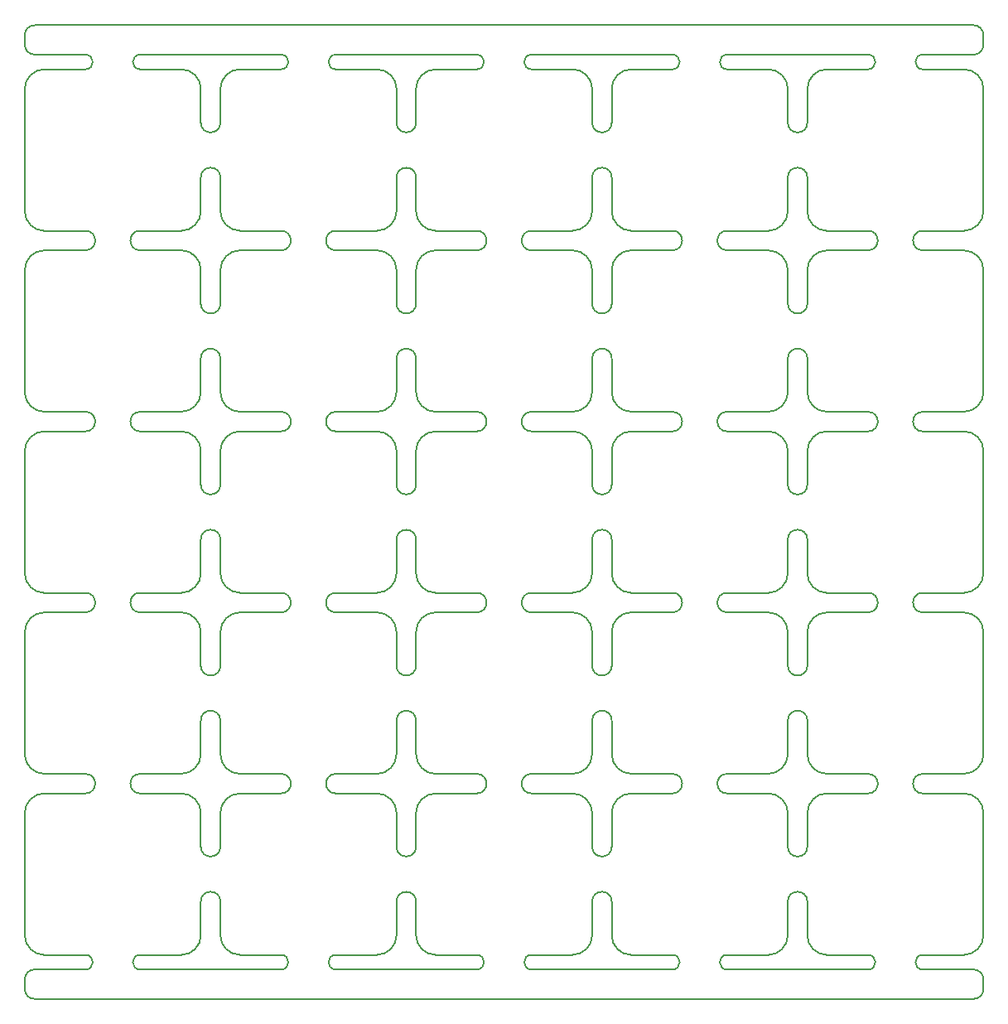
<source format=gm1>
G04 #@! TF.GenerationSoftware,KiCad,Pcbnew,(5.1.10)-1*
G04 #@! TF.CreationDate,2021-09-30T22:09:23+07:00*
G04 #@! TF.ProjectId,Unified-Daughterboard,556e6966-6965-4642-9d44-617567687465,C3*
G04 #@! TF.SameCoordinates,Original*
G04 #@! TF.FileFunction,Profile,NP*
%FSLAX46Y46*%
G04 Gerber Fmt 4.6, Leading zero omitted, Abs format (unit mm)*
G04 Created by KiCad (PCBNEW (5.1.10)-1) date 2021-09-30 22:09:23*
%MOMM*%
%LPD*%
G01*
G04 APERTURE LIST*
G04 #@! TA.AperFunction,Profile*
%ADD10C,0.150000*%
G04 #@! TD*
G04 APERTURE END LIST*
D10*
X66004500Y-149543000D02*
X66004500Y-150543000D01*
X164004500Y-150543000D02*
X164004500Y-149543000D01*
X164004500Y-150543000D02*
G75*
G02*
X163004500Y-151543000I-1000000J0D01*
G01*
X163004500Y-52043000D02*
G75*
G02*
X164004500Y-53043000I0J-1000000D01*
G01*
X66004500Y-53043000D02*
G75*
G02*
X67004500Y-52043000I1000000J0D01*
G01*
X66004500Y-54043000D02*
X66004500Y-53043000D01*
X164004500Y-54043000D02*
X164004500Y-53043000D01*
X164004500Y-54043000D02*
G75*
G02*
X163004500Y-55043000I-1000000J0D01*
G01*
X67004500Y-55043000D02*
G75*
G02*
X66004500Y-54043000I0J1000000D01*
G01*
X163004500Y-148543000D02*
G75*
G02*
X164004500Y-149543000I0J-1000000D01*
G01*
X72204500Y-55043000D02*
X67004500Y-55043000D01*
X157804500Y-55043000D02*
X163004500Y-55043000D01*
X157804500Y-148543000D02*
X163004500Y-148543000D01*
X67004500Y-151543000D02*
G75*
G02*
X66004500Y-150543000I0J1000000D01*
G01*
X152204500Y-55043000D02*
X137804500Y-55043000D01*
X67004500Y-52043000D02*
X163004500Y-52043000D01*
X112204500Y-55043000D02*
X97804500Y-55043000D01*
X132204500Y-55043000D02*
X117804500Y-55043000D01*
X92204500Y-55043000D02*
X77804500Y-55043000D01*
X137804500Y-148543000D02*
X152204500Y-148543000D01*
X117804500Y-148543000D02*
X132204500Y-148543000D01*
X97804500Y-148543000D02*
X112204500Y-148543000D01*
X77804500Y-148543000D02*
X92204500Y-148543000D01*
X66004500Y-149543000D02*
G75*
G02*
X67004500Y-148543000I1000000J0D01*
G01*
X163004500Y-151543000D02*
X67004500Y-151543000D01*
X72204500Y-148543000D02*
X67004500Y-148543000D01*
X164004500Y-132543000D02*
X164004500Y-145043000D01*
X162004500Y-130543000D02*
X157804500Y-130543000D01*
X162004500Y-112043000D02*
X157804500Y-112043000D01*
X162004500Y-93543000D02*
X157804500Y-93543000D01*
X162004500Y-75043000D02*
X157804500Y-75043000D01*
X162004500Y-56543000D02*
X157804500Y-56543000D01*
X142004500Y-130543000D02*
X137804500Y-130543000D01*
X142004500Y-112043000D02*
X137804500Y-112043000D01*
X142004500Y-93543000D02*
X137804500Y-93543000D01*
X142004500Y-75043000D02*
X137804500Y-75043000D01*
X142004500Y-56543000D02*
X137804500Y-56543000D01*
X122004500Y-130543000D02*
X117804500Y-130543000D01*
X122004500Y-112043000D02*
X117804500Y-112043000D01*
X122004500Y-93543000D02*
X117804500Y-93543000D01*
X122004500Y-75043000D02*
X117804500Y-75043000D01*
X122004500Y-56543000D02*
X117804500Y-56543000D01*
X102004500Y-130543000D02*
X97804500Y-130543000D01*
X102004500Y-112043000D02*
X97804500Y-112043000D01*
X102004500Y-93543000D02*
X97804500Y-93543000D01*
X102004500Y-75043000D02*
X97804500Y-75043000D01*
X102004500Y-56543000D02*
X97804500Y-56543000D01*
X82004500Y-130543000D02*
X77804500Y-130543000D01*
X82004500Y-112043000D02*
X77804500Y-112043000D01*
X82004500Y-93543000D02*
X77804500Y-93543000D01*
X82004500Y-75043000D02*
X77804500Y-75043000D01*
X146004500Y-141593000D02*
X146004500Y-145043000D01*
X146004500Y-123093000D02*
X146004500Y-126543000D01*
X146004500Y-104593000D02*
X146004500Y-108043000D01*
X146004500Y-86093000D02*
X146004500Y-89543000D01*
X146004500Y-67593000D02*
X146004500Y-71043000D01*
X126004500Y-141593000D02*
X126004500Y-145043000D01*
X126004500Y-123093000D02*
X126004500Y-126543000D01*
X126004500Y-104593000D02*
X126004500Y-108043000D01*
X126004500Y-86093000D02*
X126004500Y-89543000D01*
X126004500Y-67593000D02*
X126004500Y-71043000D01*
X106004500Y-141593000D02*
X106004500Y-145043000D01*
X106004500Y-123093000D02*
X106004500Y-126543000D01*
X106004500Y-104593000D02*
X106004500Y-108043000D01*
X106004500Y-86093000D02*
X106004500Y-89543000D01*
X106004500Y-67593000D02*
X106004500Y-71043000D01*
X86004500Y-141593000D02*
X86004500Y-145043000D01*
X86004500Y-123093000D02*
X86004500Y-126543000D01*
X86004500Y-104593000D02*
X86004500Y-108043000D01*
X86004500Y-86093000D02*
X86004500Y-89543000D01*
X86004500Y-67593000D02*
X86004500Y-71043000D01*
X66004500Y-77043000D02*
X66004500Y-89543000D01*
X148004500Y-130543000D02*
X152204500Y-130543000D01*
X148004500Y-112043000D02*
X152204500Y-112043000D01*
X148004500Y-93543000D02*
X152204500Y-93543000D01*
X148004500Y-75043000D02*
X152204500Y-75043000D01*
X148004500Y-56543000D02*
X152204500Y-56543000D01*
X128004500Y-130543000D02*
X132204500Y-130543000D01*
X128004500Y-112043000D02*
X132204500Y-112043000D01*
X128004500Y-93543000D02*
X132204500Y-93543000D01*
X128004500Y-75043000D02*
X132204500Y-75043000D01*
X128004500Y-56543000D02*
X132204500Y-56543000D01*
X108004500Y-130543000D02*
X112204500Y-130543000D01*
X108004500Y-112043000D02*
X112204500Y-112043000D01*
X108004500Y-93543000D02*
X112204500Y-93543000D01*
X108004500Y-75043000D02*
X112204500Y-75043000D01*
X108004500Y-56543000D02*
X112204500Y-56543000D01*
X88004500Y-130543000D02*
X92204500Y-130543000D01*
X88004500Y-112043000D02*
X92204500Y-112043000D01*
X88004500Y-93543000D02*
X92204500Y-93543000D01*
X88004500Y-75043000D02*
X92204500Y-75043000D01*
X88004500Y-56543000D02*
X92204500Y-56543000D01*
X68004500Y-130543000D02*
X72204500Y-130543000D01*
X68004500Y-112043000D02*
X72204500Y-112043000D01*
X68004500Y-93543000D02*
X72204500Y-93543000D01*
X68004500Y-75043000D02*
X72204500Y-75043000D01*
X146004500Y-135993000D02*
X146004500Y-132543000D01*
X146004500Y-117493000D02*
X146004500Y-114043000D01*
X146004500Y-98993000D02*
X146004500Y-95543000D01*
X146004500Y-80493000D02*
X146004500Y-77043000D01*
X146004500Y-61993000D02*
X146004500Y-58543000D01*
X126004500Y-135993000D02*
X126004500Y-132543000D01*
X126004500Y-117493000D02*
X126004500Y-114043000D01*
X126004500Y-98993000D02*
X126004500Y-95543000D01*
X126004500Y-80493000D02*
X126004500Y-77043000D01*
X126004500Y-61993000D02*
X126004500Y-58543000D01*
X106004500Y-135993000D02*
X106004500Y-132543000D01*
X106004500Y-117493000D02*
X106004500Y-114043000D01*
X106004500Y-98993000D02*
X106004500Y-95543000D01*
X106004500Y-80493000D02*
X106004500Y-77043000D01*
X106004500Y-61993000D02*
X106004500Y-58543000D01*
X86004500Y-135993000D02*
X86004500Y-132543000D01*
X86004500Y-117493000D02*
X86004500Y-114043000D01*
X86004500Y-98993000D02*
X86004500Y-95543000D01*
X86004500Y-80493000D02*
X86004500Y-77043000D01*
X86004500Y-61993000D02*
X86004500Y-58543000D01*
X66004500Y-145043000D02*
X66004500Y-132543000D01*
X66004500Y-126543000D02*
X66004500Y-114043000D01*
X66004500Y-108043000D02*
X66004500Y-95543000D01*
X164004500Y-126543000D02*
X164004500Y-114043000D01*
X164004500Y-108043000D02*
X164004500Y-95543000D01*
X164004500Y-89543000D02*
X164004500Y-77043000D01*
X164004500Y-71043000D02*
X164004500Y-58543000D01*
X144004500Y-135993000D02*
X144004500Y-132543000D01*
X144004500Y-117493000D02*
X144004500Y-114043000D01*
X144004500Y-98993000D02*
X144004500Y-95543000D01*
X144004500Y-80493000D02*
X144004500Y-77043000D01*
X144004500Y-61993000D02*
X144004500Y-58543000D01*
X124004500Y-135993000D02*
X124004500Y-132543000D01*
X124004500Y-117493000D02*
X124004500Y-114043000D01*
X124004500Y-98993000D02*
X124004500Y-95543000D01*
X124004500Y-80493000D02*
X124004500Y-77043000D01*
X124004500Y-61993000D02*
X124004500Y-58543000D01*
X104004500Y-135993000D02*
X104004500Y-132543000D01*
X104004500Y-117493000D02*
X104004500Y-114043000D01*
X104004500Y-98993000D02*
X104004500Y-95543000D01*
X104004500Y-80493000D02*
X104004500Y-77043000D01*
X104004500Y-61993000D02*
X104004500Y-58543000D01*
X84004500Y-135993000D02*
X84004500Y-132543000D01*
X84004500Y-117493000D02*
X84004500Y-114043000D01*
X84004500Y-98993000D02*
X84004500Y-95543000D01*
X84004500Y-80493000D02*
X84004500Y-77043000D01*
X157804500Y-147043000D02*
X162004500Y-147043000D01*
X157804500Y-128543000D02*
X162004500Y-128543000D01*
X157804500Y-110043000D02*
X162004500Y-110043000D01*
X157804500Y-91543000D02*
X162004500Y-91543000D01*
X157804500Y-73043000D02*
X162004500Y-73043000D01*
X137804500Y-147043000D02*
X142004500Y-147043000D01*
X137804500Y-128543000D02*
X142004500Y-128543000D01*
X137804500Y-110043000D02*
X142004500Y-110043000D01*
X137804500Y-91543000D02*
X142004500Y-91543000D01*
X137804500Y-73043000D02*
X142004500Y-73043000D01*
X117804500Y-147043000D02*
X122004500Y-147043000D01*
X117804500Y-128543000D02*
X122004500Y-128543000D01*
X117804500Y-110043000D02*
X122004500Y-110043000D01*
X117804500Y-91543000D02*
X122004500Y-91543000D01*
X117804500Y-73043000D02*
X122004500Y-73043000D01*
X97804500Y-147043000D02*
X102004500Y-147043000D01*
X97804500Y-128543000D02*
X102004500Y-128543000D01*
X97804500Y-110043000D02*
X102004500Y-110043000D01*
X97804500Y-91543000D02*
X102004500Y-91543000D01*
X97804500Y-73043000D02*
X102004500Y-73043000D01*
X77804500Y-147043000D02*
X82004500Y-147043000D01*
X77804500Y-128543000D02*
X82004500Y-128543000D01*
X77804500Y-110043000D02*
X82004500Y-110043000D01*
X77804500Y-91543000D02*
X82004500Y-91543000D01*
X148004500Y-147043000D02*
G75*
G02*
X146004500Y-145043000I0J2000000D01*
G01*
X148004500Y-128543000D02*
G75*
G02*
X146004500Y-126543000I0J2000000D01*
G01*
X148004500Y-110043000D02*
G75*
G02*
X146004500Y-108043000I0J2000000D01*
G01*
X148004500Y-91543000D02*
G75*
G02*
X146004500Y-89543000I0J2000000D01*
G01*
X148004500Y-73043000D02*
G75*
G02*
X146004500Y-71043000I0J2000000D01*
G01*
X128004500Y-147043000D02*
G75*
G02*
X126004500Y-145043000I0J2000000D01*
G01*
X128004500Y-128543000D02*
G75*
G02*
X126004500Y-126543000I0J2000000D01*
G01*
X128004500Y-110043000D02*
G75*
G02*
X126004500Y-108043000I0J2000000D01*
G01*
X128004500Y-91543000D02*
G75*
G02*
X126004500Y-89543000I0J2000000D01*
G01*
X128004500Y-73043000D02*
G75*
G02*
X126004500Y-71043000I0J2000000D01*
G01*
X108004500Y-147043000D02*
G75*
G02*
X106004500Y-145043000I0J2000000D01*
G01*
X108004500Y-128543000D02*
G75*
G02*
X106004500Y-126543000I0J2000000D01*
G01*
X108004500Y-110043000D02*
G75*
G02*
X106004500Y-108043000I0J2000000D01*
G01*
X108004500Y-91543000D02*
G75*
G02*
X106004500Y-89543000I0J2000000D01*
G01*
X108004500Y-73043000D02*
G75*
G02*
X106004500Y-71043000I0J2000000D01*
G01*
X88004500Y-147043000D02*
G75*
G02*
X86004500Y-145043000I0J2000000D01*
G01*
X88004500Y-128543000D02*
G75*
G02*
X86004500Y-126543000I0J2000000D01*
G01*
X88004500Y-110043000D02*
G75*
G02*
X86004500Y-108043000I0J2000000D01*
G01*
X88004500Y-91543000D02*
G75*
G02*
X86004500Y-89543000I0J2000000D01*
G01*
X88004500Y-73043000D02*
G75*
G02*
X86004500Y-71043000I0J2000000D01*
G01*
X68004500Y-147043000D02*
G75*
G02*
X66004500Y-145043000I0J2000000D01*
G01*
X68004500Y-128543000D02*
G75*
G02*
X66004500Y-126543000I0J2000000D01*
G01*
X68004500Y-110043000D02*
G75*
G02*
X66004500Y-108043000I0J2000000D01*
G01*
X68004500Y-91543000D02*
G75*
G02*
X66004500Y-89543000I0J2000000D01*
G01*
X152204500Y-147043000D02*
X148004500Y-147043000D01*
X152204500Y-128543000D02*
X148004500Y-128543000D01*
X152204500Y-110043000D02*
X148004500Y-110043000D01*
X152204500Y-91543000D02*
X148004500Y-91543000D01*
X152204500Y-73043000D02*
X148004500Y-73043000D01*
X132204500Y-147043000D02*
X128004500Y-147043000D01*
X132204500Y-128543000D02*
X128004500Y-128543000D01*
X132204500Y-110043000D02*
X128004500Y-110043000D01*
X132204500Y-91543000D02*
X128004500Y-91543000D01*
X132204500Y-73043000D02*
X128004500Y-73043000D01*
X112204500Y-147043000D02*
X108004500Y-147043000D01*
X112204500Y-128543000D02*
X108004500Y-128543000D01*
X112204500Y-110043000D02*
X108004500Y-110043000D01*
X112204500Y-91543000D02*
X108004500Y-91543000D01*
X112204500Y-73043000D02*
X108004500Y-73043000D01*
X92204500Y-147043000D02*
X88004500Y-147043000D01*
X92204500Y-128543000D02*
X88004500Y-128543000D01*
X92204500Y-110043000D02*
X88004500Y-110043000D01*
X92204500Y-91543000D02*
X88004500Y-91543000D01*
X92204500Y-73043000D02*
X88004500Y-73043000D01*
X72204500Y-147043000D02*
X68004500Y-147043000D01*
X72204500Y-128543000D02*
X68004500Y-128543000D01*
X72204500Y-110043000D02*
X68004500Y-110043000D01*
X72204500Y-91543000D02*
X68004500Y-91543000D01*
X164004500Y-145043000D02*
G75*
G02*
X162004500Y-147043000I-2000000J0D01*
G01*
X164004500Y-126543000D02*
G75*
G02*
X162004500Y-128543000I-2000000J0D01*
G01*
X164004500Y-108043000D02*
G75*
G02*
X162004500Y-110043000I-2000000J0D01*
G01*
X164004500Y-89543000D02*
G75*
G02*
X162004500Y-91543000I-2000000J0D01*
G01*
X164004500Y-71043000D02*
G75*
G02*
X162004500Y-73043000I-2000000J0D01*
G01*
X144004500Y-145043000D02*
G75*
G02*
X142004500Y-147043000I-2000000J0D01*
G01*
X144004500Y-126543000D02*
G75*
G02*
X142004500Y-128543000I-2000000J0D01*
G01*
X144004500Y-108043000D02*
G75*
G02*
X142004500Y-110043000I-2000000J0D01*
G01*
X144004500Y-89543000D02*
G75*
G02*
X142004500Y-91543000I-2000000J0D01*
G01*
X144004500Y-71043000D02*
G75*
G02*
X142004500Y-73043000I-2000000J0D01*
G01*
X124004500Y-145043000D02*
G75*
G02*
X122004500Y-147043000I-2000000J0D01*
G01*
X124004500Y-126543000D02*
G75*
G02*
X122004500Y-128543000I-2000000J0D01*
G01*
X124004500Y-108043000D02*
G75*
G02*
X122004500Y-110043000I-2000000J0D01*
G01*
X124004500Y-89543000D02*
G75*
G02*
X122004500Y-91543000I-2000000J0D01*
G01*
X124004500Y-71043000D02*
G75*
G02*
X122004500Y-73043000I-2000000J0D01*
G01*
X104004500Y-145043000D02*
G75*
G02*
X102004500Y-147043000I-2000000J0D01*
G01*
X104004500Y-126543000D02*
G75*
G02*
X102004500Y-128543000I-2000000J0D01*
G01*
X104004500Y-108043000D02*
G75*
G02*
X102004500Y-110043000I-2000000J0D01*
G01*
X104004500Y-89543000D02*
G75*
G02*
X102004500Y-91543000I-2000000J0D01*
G01*
X104004500Y-71043000D02*
G75*
G02*
X102004500Y-73043000I-2000000J0D01*
G01*
X84004500Y-145043000D02*
G75*
G02*
X82004500Y-147043000I-2000000J0D01*
G01*
X84004500Y-126543000D02*
G75*
G02*
X82004500Y-128543000I-2000000J0D01*
G01*
X84004500Y-108043000D02*
G75*
G02*
X82004500Y-110043000I-2000000J0D01*
G01*
X84004500Y-89543000D02*
G75*
G02*
X82004500Y-91543000I-2000000J0D01*
G01*
X144004500Y-141593000D02*
X144004500Y-145043000D01*
X144004500Y-123093000D02*
X144004500Y-126543000D01*
X144004500Y-104593000D02*
X144004500Y-108043000D01*
X144004500Y-86093000D02*
X144004500Y-89543000D01*
X144004500Y-67593000D02*
X144004500Y-71043000D01*
X124004500Y-141593000D02*
X124004500Y-145043000D01*
X124004500Y-123093000D02*
X124004500Y-126543000D01*
X124004500Y-104593000D02*
X124004500Y-108043000D01*
X124004500Y-86093000D02*
X124004500Y-89543000D01*
X124004500Y-67593000D02*
X124004500Y-71043000D01*
X104004500Y-141593000D02*
X104004500Y-145043000D01*
X104004500Y-123093000D02*
X104004500Y-126543000D01*
X104004500Y-104593000D02*
X104004500Y-108043000D01*
X104004500Y-86093000D02*
X104004500Y-89543000D01*
X104004500Y-67593000D02*
X104004500Y-71043000D01*
X84004500Y-141593000D02*
X84004500Y-145043000D01*
X84004500Y-123093000D02*
X84004500Y-126543000D01*
X84004500Y-104593000D02*
X84004500Y-108043000D01*
X84004500Y-86093000D02*
X84004500Y-89543000D01*
X162004500Y-130543000D02*
G75*
G02*
X164004500Y-132543000I0J-2000000D01*
G01*
X162004500Y-112043000D02*
G75*
G02*
X164004500Y-114043000I0J-2000000D01*
G01*
X162004500Y-93543000D02*
G75*
G02*
X164004500Y-95543000I0J-2000000D01*
G01*
X162004500Y-75043000D02*
G75*
G02*
X164004500Y-77043000I0J-2000000D01*
G01*
X162004500Y-56543000D02*
G75*
G02*
X164004500Y-58543000I0J-2000000D01*
G01*
X142004500Y-130543000D02*
G75*
G02*
X144004500Y-132543000I0J-2000000D01*
G01*
X142004500Y-112043000D02*
G75*
G02*
X144004500Y-114043000I0J-2000000D01*
G01*
X142004500Y-93543000D02*
G75*
G02*
X144004500Y-95543000I0J-2000000D01*
G01*
X142004500Y-75043000D02*
G75*
G02*
X144004500Y-77043000I0J-2000000D01*
G01*
X142004500Y-56543000D02*
G75*
G02*
X144004500Y-58543000I0J-2000000D01*
G01*
X122004500Y-130543000D02*
G75*
G02*
X124004500Y-132543000I0J-2000000D01*
G01*
X122004500Y-112043000D02*
G75*
G02*
X124004500Y-114043000I0J-2000000D01*
G01*
X122004500Y-93543000D02*
G75*
G02*
X124004500Y-95543000I0J-2000000D01*
G01*
X122004500Y-75043000D02*
G75*
G02*
X124004500Y-77043000I0J-2000000D01*
G01*
X122004500Y-56543000D02*
G75*
G02*
X124004500Y-58543000I0J-2000000D01*
G01*
X102004500Y-130543000D02*
G75*
G02*
X104004500Y-132543000I0J-2000000D01*
G01*
X102004500Y-112043000D02*
G75*
G02*
X104004500Y-114043000I0J-2000000D01*
G01*
X102004500Y-93543000D02*
G75*
G02*
X104004500Y-95543000I0J-2000000D01*
G01*
X102004500Y-75043000D02*
G75*
G02*
X104004500Y-77043000I0J-2000000D01*
G01*
X102004500Y-56543000D02*
G75*
G02*
X104004500Y-58543000I0J-2000000D01*
G01*
X82004500Y-130543000D02*
G75*
G02*
X84004500Y-132543000I0J-2000000D01*
G01*
X82004500Y-112043000D02*
G75*
G02*
X84004500Y-114043000I0J-2000000D01*
G01*
X82004500Y-93543000D02*
G75*
G02*
X84004500Y-95543000I0J-2000000D01*
G01*
X82004500Y-75043000D02*
G75*
G02*
X84004500Y-77043000I0J-2000000D01*
G01*
X146004500Y-132543000D02*
G75*
G02*
X148004500Y-130543000I2000000J0D01*
G01*
X146004500Y-114043000D02*
G75*
G02*
X148004500Y-112043000I2000000J0D01*
G01*
X146004500Y-95543000D02*
G75*
G02*
X148004500Y-93543000I2000000J0D01*
G01*
X146004500Y-77043000D02*
G75*
G02*
X148004500Y-75043000I2000000J0D01*
G01*
X146004500Y-58543000D02*
G75*
G02*
X148004500Y-56543000I2000000J0D01*
G01*
X126004500Y-132543000D02*
G75*
G02*
X128004500Y-130543000I2000000J0D01*
G01*
X126004500Y-114043000D02*
G75*
G02*
X128004500Y-112043000I2000000J0D01*
G01*
X126004500Y-95543000D02*
G75*
G02*
X128004500Y-93543000I2000000J0D01*
G01*
X126004500Y-77043000D02*
G75*
G02*
X128004500Y-75043000I2000000J0D01*
G01*
X126004500Y-58543000D02*
G75*
G02*
X128004500Y-56543000I2000000J0D01*
G01*
X106004500Y-132543000D02*
G75*
G02*
X108004500Y-130543000I2000000J0D01*
G01*
X106004500Y-114043000D02*
G75*
G02*
X108004500Y-112043000I2000000J0D01*
G01*
X106004500Y-95543000D02*
G75*
G02*
X108004500Y-93543000I2000000J0D01*
G01*
X106004500Y-77043000D02*
G75*
G02*
X108004500Y-75043000I2000000J0D01*
G01*
X106004500Y-58543000D02*
G75*
G02*
X108004500Y-56543000I2000000J0D01*
G01*
X86004500Y-132543000D02*
G75*
G02*
X88004500Y-130543000I2000000J0D01*
G01*
X86004500Y-114043000D02*
G75*
G02*
X88004500Y-112043000I2000000J0D01*
G01*
X86004500Y-95543000D02*
G75*
G02*
X88004500Y-93543000I2000000J0D01*
G01*
X86004500Y-77043000D02*
G75*
G02*
X88004500Y-75043000I2000000J0D01*
G01*
X86004500Y-58543000D02*
G75*
G02*
X88004500Y-56543000I2000000J0D01*
G01*
X66004500Y-132543000D02*
G75*
G02*
X68004500Y-130543000I2000000J0D01*
G01*
X66004500Y-114043000D02*
G75*
G02*
X68004500Y-112043000I2000000J0D01*
G01*
X66004500Y-95543000D02*
G75*
G02*
X68004500Y-93543000I2000000J0D01*
G01*
X66004500Y-77043000D02*
G75*
G02*
X68004500Y-75043000I2000000J0D01*
G01*
X66004500Y-71043000D02*
X66004500Y-58543000D01*
X82004500Y-56543000D02*
X77804500Y-56543000D01*
X68004500Y-56543000D02*
X72204500Y-56543000D01*
X84004500Y-61993000D02*
X84004500Y-58543000D01*
X77804500Y-73043000D02*
X82004500Y-73043000D01*
X84004500Y-71043000D02*
G75*
G02*
X82004500Y-73043000I-2000000J0D01*
G01*
X68004500Y-73043000D02*
G75*
G02*
X66004500Y-71043000I0J2000000D01*
G01*
X72204500Y-73043000D02*
X68004500Y-73043000D01*
X84004500Y-67593000D02*
X84004500Y-71043000D01*
X66004500Y-58543000D02*
G75*
G02*
X68004500Y-56543000I2000000J0D01*
G01*
X82004500Y-56543000D02*
G75*
G02*
X84004500Y-58543000I0J-2000000D01*
G01*
X117804500Y-148543000D02*
G75*
G02*
X117804500Y-147043000I0J750000D01*
G01*
X112204500Y-147043000D02*
G75*
G02*
X112204500Y-148543000I0J-750000D01*
G01*
X132204500Y-147043000D02*
G75*
G02*
X132204500Y-148543000I0J-750000D01*
G01*
X137804500Y-148543000D02*
G75*
G02*
X137804500Y-147043000I0J750000D01*
G01*
X157804500Y-148543000D02*
G75*
G02*
X157804500Y-147043000I0J750000D01*
G01*
X152204500Y-147043000D02*
G75*
G02*
X152204500Y-148543000I0J-750000D01*
G01*
X92204500Y-147043000D02*
G75*
G02*
X92204500Y-148543000I0J-750000D01*
G01*
X97804500Y-148543000D02*
G75*
G02*
X97804500Y-147043000I0J750000D01*
G01*
X77804500Y-148543000D02*
G75*
G02*
X77804500Y-147043000I0J750000D01*
G01*
X72204500Y-147043000D02*
G75*
G02*
X72204500Y-148543000I0J-750000D01*
G01*
X157804500Y-56543000D02*
G75*
G02*
X157804500Y-55043000I0J750000D01*
G01*
X152204500Y-55043000D02*
G75*
G02*
X152204500Y-56543000I0J-750000D01*
G01*
X137804500Y-56543000D02*
G75*
G02*
X137804500Y-55043000I0J750000D01*
G01*
X132204500Y-55043000D02*
G75*
G02*
X132204500Y-56543000I0J-750000D01*
G01*
X117804500Y-56543000D02*
G75*
G02*
X117804500Y-55043000I0J750000D01*
G01*
X112204500Y-55043000D02*
G75*
G02*
X112204500Y-56543000I0J-750000D01*
G01*
X97804500Y-56543000D02*
G75*
G02*
X97804500Y-55043000I0J750000D01*
G01*
X92204500Y-55043000D02*
G75*
G02*
X92204500Y-56543000I0J-750000D01*
G01*
X72204500Y-55043000D02*
G75*
G02*
X72204500Y-56543000I0J-750000D01*
G01*
X77804500Y-56543000D02*
G75*
G02*
X77804500Y-55043000I0J750000D01*
G01*
X157804500Y-130543000D02*
G75*
G02*
X157804500Y-128543000I0J1000000D01*
G01*
X152204500Y-128543000D02*
G75*
G02*
X152204500Y-130543000I0J-1000000D01*
G01*
X157804500Y-112043000D02*
G75*
G02*
X157804500Y-110043000I0J1000000D01*
G01*
X152204500Y-110043000D02*
G75*
G02*
X152204500Y-112043000I0J-1000000D01*
G01*
X157804500Y-93543000D02*
G75*
G02*
X157804500Y-91543000I0J1000000D01*
G01*
X152204500Y-91543000D02*
G75*
G02*
X152204500Y-93543000I0J-1000000D01*
G01*
X157804500Y-75043000D02*
G75*
G02*
X157804500Y-73043000I0J1000000D01*
G01*
X152204500Y-73043000D02*
G75*
G02*
X152204500Y-75043000I0J-1000000D01*
G01*
X137804500Y-130543000D02*
G75*
G02*
X137804500Y-128543000I0J1000000D01*
G01*
X132204500Y-128543000D02*
G75*
G02*
X132204500Y-130543000I0J-1000000D01*
G01*
X137804500Y-112043000D02*
G75*
G02*
X137804500Y-110043000I0J1000000D01*
G01*
X132204500Y-110043000D02*
G75*
G02*
X132204500Y-112043000I0J-1000000D01*
G01*
X137804500Y-93543000D02*
G75*
G02*
X137804500Y-91543000I0J1000000D01*
G01*
X132204500Y-91543000D02*
G75*
G02*
X132204500Y-93543000I0J-1000000D01*
G01*
X137804500Y-75043000D02*
G75*
G02*
X137804500Y-73043000I0J1000000D01*
G01*
X132204500Y-73043000D02*
G75*
G02*
X132204500Y-75043000I0J-1000000D01*
G01*
X117804500Y-130543000D02*
G75*
G02*
X117804500Y-128543000I0J1000000D01*
G01*
X112204500Y-128543000D02*
G75*
G02*
X112204500Y-130543000I0J-1000000D01*
G01*
X117804500Y-112043000D02*
G75*
G02*
X117804500Y-110043000I0J1000000D01*
G01*
X112204500Y-110043000D02*
G75*
G02*
X112204500Y-112043000I0J-1000000D01*
G01*
X117804500Y-93543000D02*
G75*
G02*
X117804500Y-91543000I0J1000000D01*
G01*
X112204500Y-91543000D02*
G75*
G02*
X112204500Y-93543000I0J-1000000D01*
G01*
X117804500Y-75043000D02*
G75*
G02*
X117804500Y-73043000I0J1000000D01*
G01*
X112204500Y-73043000D02*
G75*
G02*
X112204500Y-75043000I0J-1000000D01*
G01*
X97804500Y-130543000D02*
G75*
G02*
X97804500Y-128543000I0J1000000D01*
G01*
X92204500Y-128543000D02*
G75*
G02*
X92204500Y-130543000I0J-1000000D01*
G01*
X97804500Y-112043000D02*
G75*
G02*
X97804500Y-110043000I0J1000000D01*
G01*
X92204500Y-110043000D02*
G75*
G02*
X92204500Y-112043000I0J-1000000D01*
G01*
X97804500Y-93543000D02*
G75*
G02*
X97804500Y-91543000I0J1000000D01*
G01*
X92204500Y-91543000D02*
G75*
G02*
X92204500Y-93543000I0J-1000000D01*
G01*
X97804500Y-75043000D02*
G75*
G02*
X97804500Y-73043000I0J1000000D01*
G01*
X92204500Y-73043000D02*
G75*
G02*
X92204500Y-75043000I0J-1000000D01*
G01*
X77804500Y-130543000D02*
G75*
G02*
X77804500Y-128543000I0J1000000D01*
G01*
X72204500Y-128543000D02*
G75*
G02*
X72204500Y-130543000I0J-1000000D01*
G01*
X77804500Y-112043000D02*
G75*
G02*
X77804500Y-110043000I0J1000000D01*
G01*
X72204500Y-110043000D02*
G75*
G02*
X72204500Y-112043000I0J-1000000D01*
G01*
X77804500Y-93543000D02*
G75*
G02*
X77804500Y-91543000I0J1000000D01*
G01*
X72204500Y-91543000D02*
G75*
G02*
X72204500Y-93543000I0J-1000000D01*
G01*
X144004500Y-141593000D02*
G75*
G02*
X146004500Y-141593000I1000000J0D01*
G01*
X146004500Y-135993000D02*
G75*
G02*
X144004500Y-135993000I-1000000J0D01*
G01*
X144004500Y-123093000D02*
G75*
G02*
X146004500Y-123093000I1000000J0D01*
G01*
X146004500Y-117493000D02*
G75*
G02*
X144004500Y-117493000I-1000000J0D01*
G01*
X144004500Y-104593000D02*
G75*
G02*
X146004500Y-104593000I1000000J0D01*
G01*
X146004500Y-98993000D02*
G75*
G02*
X144004500Y-98993000I-1000000J0D01*
G01*
X144004500Y-86093000D02*
G75*
G02*
X146004500Y-86093000I1000000J0D01*
G01*
X146004500Y-80493000D02*
G75*
G02*
X144004500Y-80493000I-1000000J0D01*
G01*
X144004500Y-67593000D02*
G75*
G02*
X146004500Y-67593000I1000000J0D01*
G01*
X146004500Y-61993000D02*
G75*
G02*
X144004500Y-61993000I-1000000J0D01*
G01*
X124004500Y-141593000D02*
G75*
G02*
X126004500Y-141593000I1000000J0D01*
G01*
X126004500Y-135993000D02*
G75*
G02*
X124004500Y-135993000I-1000000J0D01*
G01*
X124004500Y-123093000D02*
G75*
G02*
X126004500Y-123093000I1000000J0D01*
G01*
X126004500Y-117493000D02*
G75*
G02*
X124004500Y-117493000I-1000000J0D01*
G01*
X124004500Y-104593000D02*
G75*
G02*
X126004500Y-104593000I1000000J0D01*
G01*
X126004500Y-98993000D02*
G75*
G02*
X124004500Y-98993000I-1000000J0D01*
G01*
X124004500Y-86093000D02*
G75*
G02*
X126004500Y-86093000I1000000J0D01*
G01*
X126004500Y-80493000D02*
G75*
G02*
X124004500Y-80493000I-1000000J0D01*
G01*
X124004500Y-67593000D02*
G75*
G02*
X126004500Y-67593000I1000000J0D01*
G01*
X126004500Y-61993000D02*
G75*
G02*
X124004500Y-61993000I-1000000J0D01*
G01*
X104004500Y-141593000D02*
G75*
G02*
X106004500Y-141593000I1000000J0D01*
G01*
X106004500Y-135993000D02*
G75*
G02*
X104004500Y-135993000I-1000000J0D01*
G01*
X104004500Y-123093000D02*
G75*
G02*
X106004500Y-123093000I1000000J0D01*
G01*
X106004500Y-117493000D02*
G75*
G02*
X104004500Y-117493000I-1000000J0D01*
G01*
X104004500Y-104593000D02*
G75*
G02*
X106004500Y-104593000I1000000J0D01*
G01*
X106004500Y-98993000D02*
G75*
G02*
X104004500Y-98993000I-1000000J0D01*
G01*
X104004500Y-86093000D02*
G75*
G02*
X106004500Y-86093000I1000000J0D01*
G01*
X106004500Y-80493000D02*
G75*
G02*
X104004500Y-80493000I-1000000J0D01*
G01*
X104004500Y-67593000D02*
G75*
G02*
X106004500Y-67593000I1000000J0D01*
G01*
X106004500Y-61993000D02*
G75*
G02*
X104004500Y-61993000I-1000000J0D01*
G01*
X84004500Y-141593000D02*
G75*
G02*
X86004500Y-141593000I1000000J0D01*
G01*
X86004500Y-135993000D02*
G75*
G02*
X84004500Y-135993000I-1000000J0D01*
G01*
X84004500Y-123093000D02*
G75*
G02*
X86004500Y-123093000I1000000J0D01*
G01*
X86004500Y-117493000D02*
G75*
G02*
X84004500Y-117493000I-1000000J0D01*
G01*
X84004500Y-104593000D02*
G75*
G02*
X86004500Y-104593000I1000000J0D01*
G01*
X86004500Y-98993000D02*
G75*
G02*
X84004500Y-98993000I-1000000J0D01*
G01*
X84004500Y-86093000D02*
G75*
G02*
X86004500Y-86093000I1000000J0D01*
G01*
X86004500Y-80493000D02*
G75*
G02*
X84004500Y-80493000I-1000000J0D01*
G01*
X86004500Y-61993000D02*
G75*
G02*
X84004500Y-61993000I-1000000J0D01*
G01*
X84004500Y-67593000D02*
G75*
G02*
X86004500Y-67593000I1000000J0D01*
G01*
X72204500Y-73043000D02*
G75*
G02*
X72204500Y-75043000I0J-1000000D01*
G01*
X77804500Y-75043000D02*
G75*
G02*
X77804500Y-73043000I0J1000000D01*
G01*
M02*

</source>
